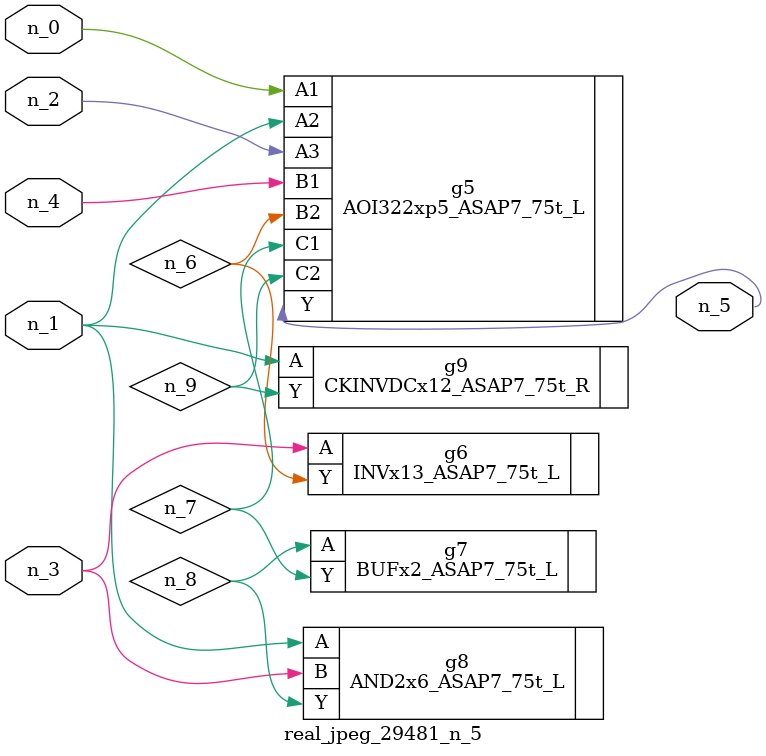
<source format=v>
module real_jpeg_29481_n_5 (n_4, n_0, n_1, n_2, n_3, n_5);

input n_4;
input n_0;
input n_1;
input n_2;
input n_3;

output n_5;

wire n_8;
wire n_6;
wire n_7;
wire n_9;

AOI322xp5_ASAP7_75t_L g5 ( 
.A1(n_0),
.A2(n_1),
.A3(n_2),
.B1(n_4),
.B2(n_6),
.C1(n_7),
.C2(n_9),
.Y(n_5)
);

AND2x6_ASAP7_75t_L g8 ( 
.A(n_1),
.B(n_3),
.Y(n_8)
);

CKINVDCx12_ASAP7_75t_R g9 ( 
.A(n_1),
.Y(n_9)
);

INVx13_ASAP7_75t_L g6 ( 
.A(n_3),
.Y(n_6)
);

BUFx2_ASAP7_75t_L g7 ( 
.A(n_8),
.Y(n_7)
);


endmodule
</source>
